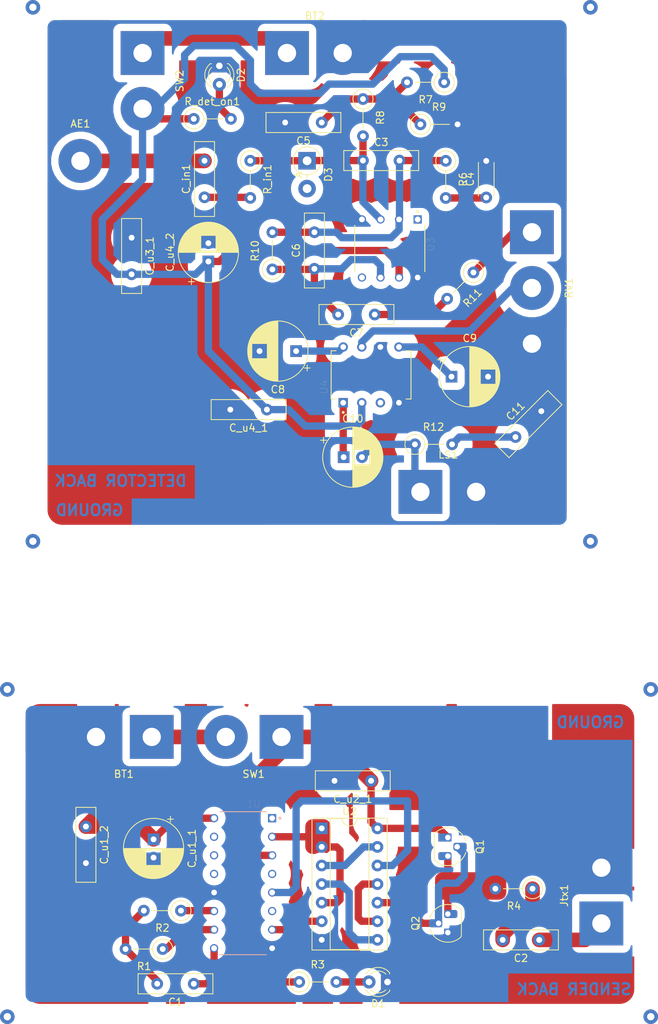
<source format=kicad_pcb>
(kicad_pcb (version 20171130) (host pcbnew 5.1.5-1.fc30)
  (layers (0 F.Cu signal) (31 B.Cu signal) (34 B.Paste user) (35 F.Paste user) (36 B.SilkS user) (37 F.SilkS user) (38 B.Mask user) (39 F.Mask user) (44 Edge.Cuts user))
  (net 0 "")
  (net 1 "Net-(AE1-Pad1)")
  (net 2 gnd_sndr)
  (net 3 "Net-(BT1-Pad1)")
  (net 4 gnd_det)
  (net 5 "Net-(BT2-Pad1)")
  (net 6 "Net-(C1-Pad2)")
  (net 7 /phi0)
  (net 8 "Net-(C2-Pad2)")
  (net 9 "Net-(C2-Pad1)")
  (net 10 /IN-)
  (net 11 /IN+)
  (net 12 "Net-(C4-Pad1)")
  (net 13 "Net-(C5-Pad1)")
  (net 14 /fb)
  (net 15 "Net-(C7-Pad1)")
  (net 16 "Net-(C8-Pad1)")
  (net 17 "Net-(C9-Pad1)")
  (net 18 "Net-(C10-Pad2)")
  (net 19 /audio_out)
  (net 20 "Net-(C11-Pad1)")
  (net 21 "Net-(C_in1-Pad1)")
  (net 22 vcc_sndr)
  (net 23 vcc_det)
  (net 24 "Net-(D1-Pad2)")
  (net 25 "Net-(D2-Pad2)")
  (net 26 "Net-(Q1-Pad3)")
  (net 27 /tx_signal)
  (net 28 /!phi0)
  (net 29 /phi1)
  (net 30 "Net-(R3-Pad1)")
  (net 31 "Net-(R11-Pad1)")
  (net 32 /audio_sig)
  (net 33 /f_4)
  (net 34 /f_5)
  (net 35 /f_13)
  (net 36 "Net-(U2-Pad13)")
  (net 37 "Net-(U2-Pad11)")
  (net 38 "Net-(U2-Pad4)")
  (module MY_LIB:DIP762W45P254L1092H508Q8 (layer F.Cu) (at 84.25 67.25 90)
    (fp_text reference U4 (at -1.66047 -6.434 90) (layer F.SilkS) (effects (font (thickness 0.015))))
    (fp_text value TDA2822M)
    (pad 8 thru_hole circle (at 3.81 -3.81 90) (size 1.288 1.288) (drill 0.78) (layers *.Cu *.Mask) (net 16 "Net-(C8-Pad1)"))
    (pad 7 thru_hole circle (at 3.81 -1.27 90) (size 1.288 1.288) (drill 0.78) (layers *.Cu *.Mask) (net 32 /audio_sig))
    (pad 6 thru_hole circle (at 3.81 1.27 90) (size 1.288 1.288) (drill 0.78) (layers *.Cu *.Mask) (net 4 gnd_det))
    (pad 5 thru_hole circle (at 3.81 3.81 90) (size 1.288 1.288) (drill 0.78) (layers *.Cu *.Mask) (net 17 "Net-(C9-Pad1)"))
    (pad 4 thru_hole circle (at -3.81 3.81 90) (size 1.288 1.288) (drill 0.78) (layers *.Cu *.Mask) (net 4 gnd_det))
    (pad 3 thru_hole circle (at -3.81 1.27 90) (size 1.288 1.288) (drill 0.78) (layers *.Cu *.Mask))
    (pad 2 thru_hole circle (at -3.81 -1.27 90) (size 1.288 1.288) (drill 0.78) (layers *.Cu *.Mask) (net 23 vcc_det))
    (pad 1 thru_hole rect (at -3.81 -3.81 90) (size 1.288 1.288) (drill 0.78) (layers *.Cu *.Mask) (net 19 /audio_out))
  )
  (module MY_LIB:DIP794W45P254L959H508Q8 (layer F.Cu) (at 86.81 49.97 270)
    (fp_text reference U3 (at -0.565 -5.607 90) (layer F.SilkS) (effects (font (thickness 0.015))))
    (fp_text value TLC271IP)
    (pad 8 thru_hole circle (at 3.97 -3.81 270) (size 1.13 1.13) (drill 0.78) (layers *.Cu *.Mask) (net 4 gnd_det))
    (pad 7 thru_hole circle (at 3.97 -1.27 270) (size 1.13 1.13) (drill 0.78) (layers *.Cu *.Mask) (net 23 vcc_det))
    (pad 6 thru_hole circle (at 3.97 1.27 270) (size 1.13 1.13) (drill 0.78) (layers *.Cu *.Mask) (net 14 /fb))
    (pad 5 thru_hole circle (at 3.97 3.81 270) (size 1.13 1.13) (drill 0.78) (layers *.Cu *.Mask))
    (pad 4 thru_hole circle (at -3.97 3.81 270) (size 1.13 1.13) (drill 0.78) (layers *.Cu *.Mask) (net 4 gnd_det))
    (pad 3 thru_hole circle (at -3.97 1.27 270) (size 1.13 1.13) (drill 0.78) (layers *.Cu *.Mask) (net 11 /IN+))
    (pad 2 thru_hole circle (at -3.97 -1.27 270) (size 1.13 1.13) (drill 0.78) (layers *.Cu *.Mask) (net 10 /IN-))
    (pad 1 thru_hole rect (at -3.97 -3.81 270) (size 1.13 1.13) (drill 0.78) (layers *.Cu *.Mask))
  )
  (module MY_LIB:DIP794W45P254L1969H508Q16 (layer B.Cu) (at 66.75 136.75 180)
    (fp_text reference U1 (at -1.425 10.835) (layer B.SilkS) (effects (font (thickness 0.015)) (justify mirror)))
    (fp_text value CD4060BE)
    (pad 16 thru_hole circle (at 3.97 8.89 180) (size 1.13 1.13) (drill 0.78) (layers *.Cu *.Mask) (net 22 vcc_sndr))
    (pad 15 thru_hole circle (at 3.97 6.35 180) (size 1.13 1.13) (drill 0.78) (layers *.Cu *.Mask))
    (pad 14 thru_hole circle (at 3.97 3.81 180) (size 1.13 1.13) (drill 0.78) (layers *.Cu *.Mask))
    (pad 13 thru_hole circle (at 3.97 1.27 180) (size 1.13 1.13) (drill 0.78) (layers *.Cu *.Mask))
    (pad 12 thru_hole circle (at 3.97 -1.27 180) (size 1.13 1.13) (drill 0.78) (layers *.Cu *.Mask) (net 2 gnd_sndr))
    (pad 11 thru_hole circle (at 3.97 -3.81 180) (size 1.13 1.13) (drill 0.78) (layers *.Cu *.Mask) (net 29 /phi1))
    (pad 10 thru_hole circle (at 3.97 -6.35 180) (size 1.13 1.13) (drill 0.78) (layers *.Cu *.Mask) (net 28 /!phi0))
    (pad 9 thru_hole circle (at 3.97 -8.89 180) (size 1.13 1.13) (drill 0.78) (layers *.Cu *.Mask) (net 7 /phi0))
    (pad 8 thru_hole circle (at -3.97 -8.89 180) (size 1.13 1.13) (drill 0.78) (layers *.Cu *.Mask) (net 2 gnd_sndr))
    (pad 7 thru_hole circle (at -3.97 -6.35 180) (size 1.13 1.13) (drill 0.78) (layers *.Cu *.Mask) (net 33 /f_4))
    (pad 6 thru_hole circle (at -3.97 -3.81 180) (size 1.13 1.13) (drill 0.78) (layers *.Cu *.Mask))
    (pad 5 thru_hole circle (at -3.97 -1.27 180) (size 1.13 1.13) (drill 0.78) (layers *.Cu *.Mask) (net 34 /f_5))
    (pad 4 thru_hole circle (at -3.97 1.27 180) (size 1.13 1.13) (drill 0.78) (layers *.Cu *.Mask))
    (pad 3 thru_hole circle (at -3.97 3.81 180) (size 1.13 1.13) (drill 0.78) (layers *.Cu *.Mask) (net 30 "Net-(R3-Pad1)"))
    (pad 2 thru_hole circle (at -3.97 6.35 180) (size 1.13 1.13) (drill 0.78) (layers *.Cu *.Mask) (net 35 /f_13))
    (pad 1 thru_hole rect (at -3.97 8.89 180) (size 1.13 1.13) (drill 0.78) (layers *.Cu *.Mask))
  )
  (module Connector_Wire:SolderWirePad_1x02_P7.62mm_Drill2.5mm (layer F.Cu) (at 115.75 142.25 90)
    (fp_text reference Jtx1 (at 3.81 -5.08 90) (layer F.SilkS))
    (fp_text value Conn_01x02_Female)
    (pad 2 thru_hole circle (at 7.62 0 90) (size 5.99948 5.99948) (drill 2.49936) (layers *.Cu *.Mask) (net 2 gnd_sndr))
    (pad 1 thru_hole rect (at 0 0 90) (size 5.99948 5.99948) (drill 2.49936) (layers *.Cu *.Mask) (net 9 "Net-(C2-Pad1)"))
  )
  (module Package_DIP:DIP-14_W7.62mm_Socket (layer F.Cu) (at 77.5 129.25)
    (fp_text reference U2 (at 3.81 -2.33) (layer F.SilkS))
    (fp_text value 4001)
    (pad 14 thru_hole oval (at 7.62 0) (size 1.6 1.6) (drill 0.8) (layers *.Cu *.Mask) (net 22 vcc_sndr))
    (pad 7 thru_hole oval (at 0 15.24) (size 1.6 1.6) (drill 0.8) (layers *.Cu *.Mask) (net 2 gnd_sndr))
    (pad 13 thru_hole oval (at 7.62 2.54) (size 1.6 1.6) (drill 0.8) (layers *.Cu *.Mask) (net 36 "Net-(U2-Pad13)"))
    (pad 6 thru_hole oval (at 0 12.7) (size 1.6 1.6) (drill 0.8) (layers *.Cu *.Mask) (net 33 /f_4))
    (pad 12 thru_hole oval (at 7.62 5.08) (size 1.6 1.6) (drill 0.8) (layers *.Cu *.Mask) (net 34 /f_5))
    (pad 5 thru_hole oval (at 0 10.16) (size 1.6 1.6) (drill 0.8) (layers *.Cu *.Mask) (net 35 /f_13))
    (pad 11 thru_hole oval (at 7.62 7.62) (size 1.6 1.6) (drill 0.8) (layers *.Cu *.Mask) (net 37 "Net-(U2-Pad11)"))
    (pad 4 thru_hole oval (at 0 7.62) (size 1.6 1.6) (drill 0.8) (layers *.Cu *.Mask) (net 38 "Net-(U2-Pad4)"))
    (pad 10 thru_hole oval (at 7.62 10.16) (size 1.6 1.6) (drill 0.8) (layers *.Cu *.Mask) (net 27 /tx_signal))
    (pad 3 thru_hole oval (at 0 5.08) (size 1.6 1.6) (drill 0.8) (layers *.Cu *.Mask) (net 36 "Net-(U2-Pad13)"))
    (pad 9 thru_hole oval (at 7.62 12.7) (size 1.6 1.6) (drill 0.8) (layers *.Cu *.Mask) (net 37 "Net-(U2-Pad11)"))
    (pad 2 thru_hole oval (at 0 2.54) (size 1.6 1.6) (drill 0.8) (layers *.Cu *.Mask) (net 35 /f_13))
    (pad 8 thru_hole oval (at 7.62 15.24) (size 1.6 1.6) (drill 0.8) (layers *.Cu *.Mask) (net 38 "Net-(U2-Pad4)"))
    (pad 1 thru_hole rect (at 0 0) (size 1.6 1.6) (drill 0.8) (layers *.Cu *.Mask) (net 35 /f_13))
  )
  (module Connector_Wire:SolderWirePad_1x02_P7.62mm_Drill2.5mm (layer F.Cu) (at 53 23.25 270)
    (fp_text reference SW2 (at 3.81 -5.08 90) (layer F.SilkS))
    (fp_text value SW_SPST)
    (pad 2 thru_hole circle (at 7.62 0 270) (size 5.99948 5.99948) (drill 2.49936) (layers *.Cu *.Mask) (net 23 vcc_det))
    (pad 1 thru_hole rect (at 0 0 270) (size 5.99948 5.99948) (drill 2.49936) (layers *.Cu *.Mask) (net 5 "Net-(BT2-Pad1)"))
  )
  (module Connector_Wire:SolderWirePad_1x02_P7.62mm_Drill2.5mm (layer F.Cu) (at 72 116.75 180)
    (fp_text reference SW1 (at 3.81 -5.08) (layer F.SilkS))
    (fp_text value SW_SPST)
    (pad 2 thru_hole circle (at 7.62 0 180) (size 5.99948 5.99948) (drill 2.49936) (layers *.Cu *.Mask) (net 3 "Net-(BT1-Pad1)"))
    (pad 1 thru_hole rect (at 0 0 180) (size 5.99948 5.99948) (drill 2.49936) (layers *.Cu *.Mask) (net 22 vcc_sndr))
  )
  (module Connector_Wire:SolderWirePad_1x03_P7.62mm_Drill2.5mm (layer F.Cu) (at 106.25 47.75 270)
    (fp_text reference RV1 (at 7.62 -5.08 90) (layer F.SilkS))
    (fp_text value 10k)
    (pad 3 thru_hole circle (at 15.24 0 270) (size 5.99948 5.99948) (drill 2.49936) (layers *.Cu *.Mask) (net 4 gnd_det))
    (pad 2 thru_hole circle (at 7.62 0 270) (size 5.99948 5.99948) (drill 2.49936) (layers *.Cu *.Mask) (net 32 /audio_sig))
    (pad 1 thru_hole rect (at 0 0 270) (size 5.99948 5.99948) (drill 2.49936) (layers *.Cu *.Mask) (net 31 "Net-(R11-Pad1)"))
  )
  (module Resistor_THT:R_Axial_DIN0207_L6.3mm_D2.5mm_P5.08mm_Vertical (layer F.Cu) (at 67.725895 37.976319 270)
    (fp_text reference R_in1 (at 2.54 -2.37 90) (layer F.SilkS))
    (fp_text value 4.7k)
    (pad 2 thru_hole oval (at 5.08 0 270) (size 1.6 1.6) (drill 0.8) (layers *.Cu *.Mask) (net 21 "Net-(C_in1-Pad1)"))
    (pad 1 thru_hole circle (at 0 0 270) (size 1.6 1.6) (drill 0.8) (layers *.Cu *.Mask) (net 11 /IN+))
  )
  (module Resistor_THT:R_Axial_DIN0207_L6.3mm_D2.5mm_P5.08mm_Vertical (layer F.Cu) (at 60 32.25)
    (fp_text reference R_det_on1 (at 2.54 -2.37) (layer F.SilkS))
    (fp_text value 2.2k)
    (pad 2 thru_hole oval (at 5.08 0) (size 1.6 1.6) (drill 0.8) (layers *.Cu *.Mask) (net 25 "Net-(D2-Pad2)"))
    (pad 1 thru_hole circle (at 0 0) (size 1.6 1.6) (drill 0.8) (layers *.Cu *.Mask) (net 23 vcc_det))
  )
  (module Resistor_THT:R_Axial_DIN0207_L6.3mm_D2.5mm_P5.08mm_Vertical (layer F.Cu) (at 90.25 76.75)
    (fp_text reference R12 (at 2.54 -2.37) (layer F.SilkS))
    (fp_text value 4.7)
    (pad 2 thru_hole oval (at 5.08 0) (size 1.6 1.6) (drill 0.8) (layers *.Cu *.Mask) (net 20 "Net-(C11-Pad1)"))
    (pad 1 thru_hole circle (at 0 0) (size 1.6 1.6) (drill 0.8) (layers *.Cu *.Mask) (net 18 "Net-(C10-Pad2)"))
  )
  (module Resistor_THT:R_Axial_DIN0207_L6.3mm_D2.5mm_P5.08mm_Vertical (layer F.Cu) (at 98.25 53.25 225)
    (fp_text reference R11 (at 2.54 -2.37 45) (layer F.SilkS))
    (fp_text value 10k)
    (pad 2 thru_hole oval (at 5.08 0 225) (size 1.6 1.6) (drill 0.8) (layers *.Cu *.Mask) (net 15 "Net-(C7-Pad1)"))
    (pad 1 thru_hole circle (at 0 0 225) (size 1.6 1.6) (drill 0.8) (layers *.Cu *.Mask) (net 31 "Net-(R11-Pad1)"))
  )
  (module Resistor_THT:R_Axial_DIN0207_L6.3mm_D2.5mm_P5.08mm_Vertical (layer F.Cu) (at 70.75 52.83 90)
    (fp_text reference R10 (at 2.54 -2.37 90) (layer F.SilkS))
    (fp_text value 100k)
    (pad 2 thru_hole oval (at 5.08 0 90) (size 1.6 1.6) (drill 0.8) (layers *.Cu *.Mask) (net 10 /IN-))
    (pad 1 thru_hole circle (at 0 0 90) (size 1.6 1.6) (drill 0.8) (layers *.Cu *.Mask) (net 14 /fb))
  )
  (module Resistor_THT:R_Axial_DIN0207_L6.3mm_D2.5mm_P5.08mm_Vertical (layer F.Cu) (at 91 33)
    (fp_text reference R9 (at 2.54 -2.37) (layer F.SilkS))
    (fp_text value 47k)
    (pad 2 thru_hole oval (at 5.08 0) (size 1.6 1.6) (drill 0.8) (layers *.Cu *.Mask) (net 4 gnd_det))
    (pad 1 thru_hole circle (at 0 0) (size 1.6 1.6) (drill 0.8) (layers *.Cu *.Mask) (net 13 "Net-(C5-Pad1)"))
  )
  (module Resistor_THT:R_Axial_DIN0207_L6.3mm_D2.5mm_P5.08mm_Vertical (layer F.Cu) (at 83.145652 29.540079 270)
    (fp_text reference R8 (at 2.54 -2.37 90) (layer F.SilkS))
    (fp_text value 4.7M)
    (pad 2 thru_hole oval (at 5.08 0 270) (size 1.6 1.6) (drill 0.8) (layers *.Cu *.Mask) (net 11 /IN+))
    (pad 1 thru_hole circle (at 0 0 270) (size 1.6 1.6) (drill 0.8) (layers *.Cu *.Mask) (net 13 "Net-(C5-Pad1)"))
  )
  (module Resistor_THT:R_Axial_DIN0207_L6.3mm_D2.5mm_P5.08mm_Vertical (layer F.Cu) (at 94.25 27.25 180)
    (fp_text reference R7 (at 2.54 -2.37) (layer F.SilkS))
    (fp_text value 47k)
    (pad 2 thru_hole oval (at 5.08 0 180) (size 1.6 1.6) (drill 0.8) (layers *.Cu *.Mask) (net 13 "Net-(C5-Pad1)"))
    (pad 1 thru_hole circle (at 0 0 180) (size 1.6 1.6) (drill 0.8) (layers *.Cu *.Mask) (net 23 vcc_det))
  )
  (module Resistor_THT:R_Axial_DIN0207_L6.3mm_D2.5mm_P5.08mm_Vertical (layer F.Cu) (at 94.466364 37.987554 270)
    (fp_text reference R6 (at 2.54 -2.37 90) (layer F.SilkS))
    (fp_text value 1k)
    (pad 2 thru_hole oval (at 5.08 0 270) (size 1.6 1.6) (drill 0.8) (layers *.Cu *.Mask) (net 12 "Net-(C4-Pad1)"))
    (pad 1 thru_hole circle (at 0 0 270) (size 1.6 1.6) (drill 0.8) (layers *.Cu *.Mask) (net 10 /IN-))
  )
  (module Resistor_THT:R_Axial_DIN0207_L6.3mm_D2.5mm_P5.08mm_Vertical (layer F.Cu) (at 106.33 137.5 180)
    (fp_text reference R4 (at 2.54 -2.37) (layer F.SilkS))
    (fp_text value 100)
    (pad 2 thru_hole oval (at 5.08 0 180) (size 1.6 1.6) (drill 0.8) (layers *.Cu *.Mask) (net 26 "Net-(Q1-Pad3)"))
    (pad 1 thru_hole circle (at 0 0 180) (size 1.6 1.6) (drill 0.8) (layers *.Cu *.Mask) (net 8 "Net-(C2-Pad2)"))
  )
  (module Resistor_THT:R_Axial_DIN0207_L6.3mm_D2.5mm_P5.08mm_Vertical (layer F.Cu) (at 74.42 150.25)
    (fp_text reference R3 (at 2.54 -2.37) (layer F.SilkS))
    (fp_text value 1k)
    (pad 2 thru_hole oval (at 5.08 0) (size 1.6 1.6) (drill 0.8) (layers *.Cu *.Mask) (net 24 "Net-(D1-Pad2)"))
    (pad 1 thru_hole circle (at 0 0) (size 1.6 1.6) (drill 0.8) (layers *.Cu *.Mask) (net 30 "Net-(R3-Pad1)"))
  )
  (module Resistor_THT:R_Axial_DIN0207_L6.3mm_D2.5mm_P5.08mm_Vertical (layer F.Cu) (at 58.25 140.5 180)
    (fp_text reference R2 (at 2.54 -2.37) (layer F.SilkS))
    (fp_text value 47k)
    (pad 2 thru_hole oval (at 5.08 0 180) (size 1.6 1.6) (drill 0.8) (layers *.Cu *.Mask) (net 6 "Net-(C1-Pad2)"))
    (pad 1 thru_hole circle (at 0 0 180) (size 1.6 1.6) (drill 0.8) (layers *.Cu *.Mask) (net 29 /phi1))
  )
  (module Resistor_THT:R_Axial_DIN0207_L6.3mm_D2.5mm_P5.08mm_Vertical (layer F.Cu) (at 55.75 145.75 180)
    (fp_text reference R1 (at 2.54 -2.37) (layer F.SilkS))
    (fp_text value 4.7k)
    (pad 2 thru_hole oval (at 5.08 0 180) (size 1.6 1.6) (drill 0.8) (layers *.Cu *.Mask) (net 6 "Net-(C1-Pad2)"))
    (pad 1 thru_hole circle (at 0 0 180) (size 1.6 1.6) (drill 0.8) (layers *.Cu *.Mask) (net 28 /!phi0))
  )
  (module Package_TO_SOT_THT:TO-92_HandSolder (layer F.Cu) (at 94.75 143.5 90)
    (fp_text reference Q2 (at 1.27 -4.4 90) (layer F.SilkS))
    (fp_text value BC558)
    (pad 1 thru_hole rect (at 0 0 90) (size 1.1 1.8) (drill 0.75 (offset 0 0.4)) (layers *.Cu *.Mask) (net 2 gnd_sndr))
    (pad 3 thru_hole roundrect (at 2.54 0 90) (size 1.1 1.8) (drill 0.75 (offset 0 0.4)) (layers *.Cu *.Mask) (net 26 "Net-(Q1-Pad3)"))
    (pad 2 thru_hole roundrect (at 1.27 -1.27 90) (size 1.1 1.8) (drill 0.75 (offset 0 -0.4)) (layers *.Cu *.Mask) (net 27 /tx_signal))
  )
  (module Package_TO_SOT_THT:TO-92_HandSolder (layer F.Cu) (at 94.75 130.5 270)
    (fp_text reference Q1 (at 1.27 -4.4 90) (layer F.SilkS))
    (fp_text value BC548)
    (pad 1 thru_hole rect (at 0 0 270) (size 1.1 1.8) (drill 0.75 (offset 0 0.4)) (layers *.Cu *.Mask) (net 22 vcc_sndr))
    (pad 3 thru_hole roundrect (at 2.54 0 270) (size 1.1 1.8) (drill 0.75 (offset 0 0.4)) (layers *.Cu *.Mask) (net 26 "Net-(Q1-Pad3)"))
    (pad 2 thru_hole roundrect (at 1.27 -1.27 270) (size 1.1 1.8) (drill 0.75 (offset 0 -0.4)) (layers *.Cu *.Mask) (net 27 /tx_signal))
  )
  (module Connector_Wire:SolderWirePad_1x02_P7.62mm_Drill2.5mm (layer F.Cu) (at 91 83.25)
    (fp_text reference LS1 (at 3.81 -5.08) (layer F.SilkS))
    (fp_text value Speaker)
    (pad 2 thru_hole circle (at 7.62 0) (size 5.99948 5.99948) (drill 2.49936) (layers *.Cu *.Mask) (net 4 gnd_det))
    (pad 1 thru_hole rect (at 0 0) (size 5.99948 5.99948) (drill 2.49936) (layers *.Cu *.Mask) (net 18 "Net-(C10-Pad2)"))
  )
  (module Diode_THT:D_DO-15_P3.81mm_Vertical_AnodeUp (layer F.Cu) (at 75.497751 37.976319 270)
    (fp_text reference D3 (at 1.905 -2.92 90) (layer F.SilkS))
    (fp_text value BZW06-15B)
    (fp_text user A (at 1.91 1.2 90) (layer F.SilkS))
    (pad 2 thru_hole oval (at 3.81 0 270) (size 2.4 2.4) (drill 1.2) (layers *.Cu *.Mask))
    (pad 1 thru_hole rect (at 0 0 270) (size 2.4 2.4) (drill 1.2) (layers *.Cu *.Mask) (net 11 /IN+))
  )
  (module LED_THT:LED_D3.0mm (layer F.Cu) (at 63.5 25 270)
    (fp_text reference D2 (at 1.27 -2.96 90) (layer F.SilkS))
    (fp_text value LED)
    (pad 2 thru_hole circle (at 2.54 0 270) (size 1.8 1.8) (drill 0.9) (layers *.Cu *.Mask) (net 25 "Net-(D2-Pad2)"))
    (pad 1 thru_hole rect (at 0 0 270) (size 1.8 1.8) (drill 0.9) (layers *.Cu *.Mask) (net 4 gnd_det))
  )
  (module LED_THT:LED_D3.0mm (layer F.Cu) (at 86.5 150.25 180)
    (fp_text reference D1 (at 1.27 -2.96) (layer F.SilkS))
    (fp_text value LED)
    (pad 2 thru_hole circle (at 2.54 0 180) (size 1.8 1.8) (drill 0.9) (layers *.Cu *.Mask) (net 24 "Net-(D1-Pad2)"))
    (pad 1 thru_hole rect (at 0 0 180) (size 1.8 1.8) (drill 0.9) (layers *.Cu *.Mask) (net 2 gnd_sndr))
  )
  (module Capacitor_THT:CP_Radial_D8.0mm_P2.50mm (layer F.Cu) (at 62 51.75 90)
    (fp_text reference C_u4_2 (at 1.25 -5.25 90) (layer F.SilkS))
    (fp_text value "100u 16V")
    (pad 2 thru_hole circle (at 2.5 0 90) (size 1.6 1.6) (drill 0.8) (layers *.Cu *.Mask) (net 4 gnd_det))
    (pad 1 thru_hole rect (at 0 0 90) (size 1.6 1.6) (drill 0.8) (layers *.Cu *.Mask) (net 23 vcc_det))
  )
  (module Capacitor_THT:C_Disc_D10.0mm_W2.5mm_P5.00mm (layer F.Cu) (at 70 72 180)
    (fp_text reference C_u4_1 (at 2.5 -2.5) (layer F.SilkS))
    (fp_text value 100n)
    (pad 2 thru_hole circle (at 5 0 180) (size 1.6 1.6) (drill 0.8) (layers *.Cu *.Mask) (net 4 gnd_det))
    (pad 1 thru_hole circle (at 0 0 180) (size 1.6 1.6) (drill 0.8) (layers *.Cu *.Mask) (net 23 vcc_det))
  )
  (module Capacitor_THT:C_Disc_D10.0mm_W2.5mm_P5.00mm (layer F.Cu) (at 51.5 48.5 270)
    (fp_text reference C_u3_1 (at 2.5 -2.5 90) (layer F.SilkS))
    (fp_text value 100n)
    (pad 2 thru_hole circle (at 5 0 270) (size 1.6 1.6) (drill 0.8) (layers *.Cu *.Mask) (net 23 vcc_det))
    (pad 1 thru_hole circle (at 0 0 270) (size 1.6 1.6) (drill 0.8) (layers *.Cu *.Mask) (net 4 gnd_det))
  )
  (module Capacitor_THT:C_Disc_D10.0mm_W2.5mm_P5.00mm (layer F.Cu) (at 84.25 122.75 180)
    (fp_text reference C_u2_1 (at 2.5 -2.5) (layer F.SilkS))
    (fp_text value 100n)
    (pad 2 thru_hole circle (at 5 0 180) (size 1.6 1.6) (drill 0.8) (layers *.Cu *.Mask) (net 2 gnd_sndr))
    (pad 1 thru_hole circle (at 0 0 180) (size 1.6 1.6) (drill 0.8) (layers *.Cu *.Mask) (net 22 vcc_sndr))
  )
  (module Capacitor_THT:C_Disc_D10.0mm_W2.5mm_P5.00mm (layer F.Cu) (at 45.25 129 270)
    (fp_text reference C_u1_2 (at 2.5 -2.5 90) (layer F.SilkS))
    (fp_text value 100n)
    (pad 2 thru_hole circle (at 5 0 270) (size 1.6 1.6) (drill 0.8) (layers *.Cu *.Mask) (net 2 gnd_sndr))
    (pad 1 thru_hole circle (at 0 0 270) (size 1.6 1.6) (drill 0.8) (layers *.Cu *.Mask) (net 22 vcc_sndr))
  )
  (module Capacitor_THT:CP_Radial_D8.0mm_P2.50mm (layer F.Cu) (at 54.5 130.75 270)
    (fp_text reference C_u1_1 (at 1.25 -5.25 90) (layer F.SilkS))
    (fp_text value "100u 16V")
    (pad 2 thru_hole circle (at 2.5 0 270) (size 1.6 1.6) (drill 0.8) (layers *.Cu *.Mask) (net 2 gnd_sndr))
    (pad 1 thru_hole rect (at 0 0 270) (size 1.6 1.6) (drill 0.8) (layers *.Cu *.Mask) (net 22 vcc_sndr))
  )
  (module Capacitor_THT:C_Disc_D10.0mm_W2.5mm_P5.00mm (layer F.Cu) (at 61.468893 42.976319 90)
    (fp_text reference C_in1 (at 2.5 -2.5 90) (layer F.SilkS))
    (fp_text value 1n)
    (pad 2 thru_hole circle (at 5 0 90) (size 1.6 1.6) (drill 0.8) (layers *.Cu *.Mask) (net 1 "Net-(AE1-Pad1)"))
    (pad 1 thru_hole circle (at 0 0 90) (size 1.6 1.6) (drill 0.8) (layers *.Cu *.Mask) (net 21 "Net-(C_in1-Pad1)"))
  )
  (module Capacitor_THT:C_Disc_D10.0mm_W2.5mm_P5.00mm (layer F.Cu) (at 104 75.75 45)
    (fp_text reference C11 (at 2.5 -2.5 45) (layer F.SilkS))
    (fp_text value 100n)
    (pad 2 thru_hole circle (at 5 0 45) (size 1.6 1.6) (drill 0.8) (layers *.Cu *.Mask) (net 4 gnd_det))
    (pad 1 thru_hole circle (at 0 0 45) (size 1.6 1.6) (drill 0.8) (layers *.Cu *.Mask) (net 20 "Net-(C11-Pad1)"))
  )
  (module Capacitor_THT:CP_Radial_D8.0mm_P2.50mm (layer F.Cu) (at 80.5 78.5)
    (fp_text reference C10 (at 1.25 -5.25) (layer F.SilkS))
    (fp_text value "470u 10V")
    (pad 2 thru_hole circle (at 2.5 0) (size 1.6 1.6) (drill 0.8) (layers *.Cu *.Mask) (net 18 "Net-(C10-Pad2)"))
    (pad 1 thru_hole rect (at 0 0) (size 1.6 1.6) (drill 0.8) (layers *.Cu *.Mask) (net 19 /audio_out))
  )
  (module Capacitor_THT:CP_Radial_D8.0mm_P5.00mm (layer F.Cu) (at 95.25 67.5)
    (fp_text reference C9 (at 2.5 -5.25) (layer F.SilkS))
    (fp_text value "10u 25V")
    (pad 2 thru_hole circle (at 5 0) (size 1.6 1.6) (drill 0.8) (layers *.Cu *.Mask) (net 4 gnd_det))
    (pad 1 thru_hole rect (at 0 0) (size 1.6 1.6) (drill 0.8) (layers *.Cu *.Mask) (net 17 "Net-(C9-Pad1)"))
  )
  (module Capacitor_THT:CP_Radial_D8.0mm_P5.00mm (layer F.Cu) (at 74 64 180)
    (fp_text reference C8 (at 2.5 -5.25) (layer F.SilkS))
    (fp_text value "10u 25V")
    (pad 2 thru_hole circle (at 5 0 180) (size 1.6 1.6) (drill 0.8) (layers *.Cu *.Mask) (net 4 gnd_det))
    (pad 1 thru_hole rect (at 0 0 180) (size 1.6 1.6) (drill 0.8) (layers *.Cu *.Mask) (net 16 "Net-(C8-Pad1)"))
  )
  (module Capacitor_THT:C_Disc_D10.0mm_W2.5mm_P5.00mm (layer F.Cu) (at 84.75 59 180)
    (fp_text reference C7 (at 2.5 -2.5) (layer F.SilkS))
    (fp_text value 100n)
    (pad 2 thru_hole circle (at 5 0 180) (size 1.6 1.6) (drill 0.8) (layers *.Cu *.Mask) (net 14 /fb))
    (pad 1 thru_hole circle (at 0 0 180) (size 1.6 1.6) (drill 0.8) (layers *.Cu *.Mask) (net 15 "Net-(C7-Pad1)"))
  )
  (module Capacitor_THT:C_Disc_D10.0mm_W2.5mm_P5.00mm (layer F.Cu) (at 76.5 52.75 90)
    (fp_text reference C6 (at 2.5 -2.5 90) (layer F.SilkS))
    (fp_text value 100p)
    (pad 2 thru_hole circle (at 5 0 90) (size 1.6 1.6) (drill 0.8) (layers *.Cu *.Mask) (net 10 /IN-))
    (pad 1 thru_hole circle (at 0 0 90) (size 1.6 1.6) (drill 0.8) (layers *.Cu *.Mask) (net 14 /fb))
  )
  (module Capacitor_THT:C_Disc_D10.0mm_W2.5mm_P5.00mm (layer F.Cu) (at 77.5 32.75 180)
    (fp_text reference C5 (at 2.5 -2.5) (layer F.SilkS))
    (fp_text value 100n)
    (pad 2 thru_hole circle (at 5 0 180) (size 1.6 1.6) (drill 0.8) (layers *.Cu *.Mask) (net 4 gnd_det))
    (pad 1 thru_hole circle (at 0 0 180) (size 1.6 1.6) (drill 0.8) (layers *.Cu *.Mask) (net 13 "Net-(C5-Pad1)"))
  )
  (module Capacitor_THT:C_Disc_D4.3mm_W1.9mm_P5.00mm (layer F.Cu) (at 100 43 90)
    (fp_text reference C4 (at 2.5 -2.2 90) (layer F.SilkS))
    (fp_text value 100n)
    (pad 2 thru_hole circle (at 5 0 90) (size 1.6 1.6) (drill 0.8) (layers *.Cu *.Mask) (net 4 gnd_det))
    (pad 1 thru_hole circle (at 0 0 90) (size 1.6 1.6) (drill 0.8) (layers *.Cu *.Mask) (net 12 "Net-(C4-Pad1)"))
  )
  (module Capacitor_THT:C_Disc_D10.0mm_W2.5mm_P5.00mm (layer F.Cu) (at 83.137669 37.951685)
    (fp_text reference C3 (at 2.5 -2.5) (layer F.SilkS))
    (fp_text value 100p)
    (pad 2 thru_hole circle (at 5 0) (size 1.6 1.6) (drill 0.8) (layers *.Cu *.Mask) (net 10 /IN-))
    (pad 1 thru_hole circle (at 0 0) (size 1.6 1.6) (drill 0.8) (layers *.Cu *.Mask) (net 11 /IN+))
  )
  (module Capacitor_THT:C_Disc_D10.0mm_W2.5mm_P5.00mm (layer F.Cu) (at 107.25 144.5 180)
    (fp_text reference C2 (at 2.5 -2.5) (layer F.SilkS))
    (fp_text value 470n)
    (pad 2 thru_hole circle (at 5 0 180) (size 1.6 1.6) (drill 0.8) (layers *.Cu *.Mask) (net 8 "Net-(C2-Pad2)"))
    (pad 1 thru_hole circle (at 0 0 180) (size 1.6 1.6) (drill 0.8) (layers *.Cu *.Mask) (net 9 "Net-(C2-Pad1)"))
  )
  (module Capacitor_THT:C_Disc_D10.0mm_W2.5mm_P5.00mm (layer F.Cu) (at 60 150.5 180)
    (fp_text reference C1 (at 2.5 -2.5) (layer F.SilkS))
    (fp_text value 3.9n)
    (pad 2 thru_hole circle (at 5 0 180) (size 1.6 1.6) (drill 0.8) (layers *.Cu *.Mask) (net 6 "Net-(C1-Pad2)"))
    (pad 1 thru_hole circle (at 0 0 180) (size 1.6 1.6) (drill 0.8) (layers *.Cu *.Mask) (net 7 /phi0))
  )
  (module Connector_Wire:SolderWirePad_1x02_P7.62mm_Drill2.5mm (layer F.Cu) (at 72.75 23.25)
    (fp_text reference BT2 (at 3.81 -5.08) (layer F.SilkS))
    (fp_text value Battery)
    (pad 2 thru_hole circle (at 7.62 0) (size 5.99948 5.99948) (drill 2.49936) (layers *.Cu *.Mask) (net 4 gnd_det))
    (pad 1 thru_hole rect (at 0 0) (size 5.99948 5.99948) (drill 2.49936) (layers *.Cu *.Mask) (net 5 "Net-(BT2-Pad1)"))
  )
  (module Connector_Wire:SolderWirePad_1x02_P7.62mm_Drill2.5mm (layer F.Cu) (at 54.25 116.75 180)
    (fp_text reference BT1 (at 3.81 -5.08) (layer F.SilkS))
    (fp_text value 9V)
    (pad 2 thru_hole circle (at 7.62 0 180) (size 5.99948 5.99948) (drill 2.49936) (layers *.Cu *.Mask) (net 2 gnd_sndr))
    (pad 1 thru_hole rect (at 0 0 180) (size 5.99948 5.99948) (drill 2.49936) (layers *.Cu *.Mask) (net 3 "Net-(BT1-Pad1)"))
  )
  (module Connector_Wire:SolderWirePad_1x01_Drill2.5mm (layer F.Cu) (at 44.5 38)
    (fp_text reference AE1 (at 0 -5.08) (layer F.SilkS))
    (fp_text value Antenna)
    (pad 1 thru_hole circle (at 0 0) (size 5.99948 5.99948) (drill 2.49936) (layers *.Cu *.Mask) (net 1 "Net-(AE1-Pad1)"))
  )
  (gr_text "DETECTOR\nFRONT" (at 105 21.75) (layer F.Cu) (effects (font (size 1.5 1.5) (thickness 0.3))))
  (gr_text "SPKR + -" (at 78 85.5) (layer F.Cu) (effects (font (size 1.5 1.5) (thickness 0.3))))
  (gr_text "DETECTOR BACK" (at 50 81.75) (layer B.Cu) (effects (font (size 1.5 1.5) (thickness 0.3)) (justify mirror)))
  (gr_text GROUND (at 45.75 85.75) (layer B.Cu) (effects (font (size 1.5 1.5) (thickness 0.3)) (justify mirror)))
  (gr_text "SW\nOUT IN" (at 44.5 26.5 90) (layer F.Cu) (effects (font (size 1.5 1.5) (thickness 0.3))))
  (gr_text "+9V GND" (at 91 21) (layer F.Cu) (effects (font (size 1.5 1.5) (thickness 0.3))))
  (gr_text "SW In Out" (at 86.75 115.25) (layer F.Cu) (effects (font (size 1.5 1.5) (thickness 0.3))))
  (gr_text "GND +9V" (at 42.75 122) (layer F.Cu) (effects (font (size 1.5 1.5) (thickness 0.3))))
  (gr_text "GND\nSRC" (at 115.25 127.25) (layer F.Cu) (effects (font (size 1.5 1.5) (thickness 0.3))))
  (gr_text "SENDER\nFRONT" (at 102.5 116) (layer F.Cu) (effects (font (size 1.5 1.5) (thickness 0.3))))
  (gr_text "SENDER BACK" (at 112 151.25) (layer B.Cu) (effects (font (size 1.5 1.5) (thickness 0.3)) (justify mirror)))
  (gr_text GROUND (at 114.25 114.75) (layer B.Cu) (effects (font (size 1.5 1.5) (thickness 0.3)) (justify mirror)))
  (via (at 34.5 110.25) (size 2) (drill 1) (layers F.Cu B.Cu) (net 0))
  (via (at 34.5 155) (size 2) (drill 1) (layers F.Cu B.Cu) (net 0))
  (via (at 122.5 155) (size 2) (drill 1) (layers F.Cu B.Cu) (net 0))
  (via (at 122.5 110.25) (size 2) (drill 1) (layers F.Cu B.Cu) (net 0))
  (via (at 38 90) (size 2) (drill 1) (layers F.Cu B.Cu) (net 0))
  (via (at 38 17) (size 2) (drill 1) (layers F.Cu B.Cu) (net 0))
  (via (at 114.25 90) (size 2) (drill 1) (layers F.Cu B.Cu) (net 0))
  (via (at 114.25 17) (size 2) (drill 1) (layers F.Cu B.Cu) (net 0))
  (segment (start 61.445212 38) (end 61.468893 37.976319) (width 2) (layer F.Cu) (net 1))
  (segment (start 44.5 38) (end 61.445212 38) (width 2) (layer F.Cu) (net 1))
  (segment (start 54.25 116.75) (end 64.38 116.75) (width 2) (layer F.Cu) (net 3))
  (segment (start 72.75 23.25) (end 72.5 23.25) (width 2) (layer F.Cu) (net 5))
  (segment (start 72.5 23.25) (end 70.5 21.25) (width 2) (layer F.Cu) (net 5))
  (segment (start 55 21.25) (end 53 23.25) (width 2) (layer F.Cu) (net 5))
  (segment (start 70.5 21.25) (end 55 21.25) (width 2) (layer F.Cu) (net 5))
  (segment (start 55 150.08) (end 50.67 145.75) (width 1) (layer F.Cu) (net 6))
  (segment (start 55 150.5) (end 55 150.08) (width 1) (layer F.Cu) (net 6))
  (segment (start 50.67 143) (end 53.17 140.5) (width 1) (layer F.Cu) (net 6))
  (segment (start 50.67 145.75) (end 50.67 143) (width 1) (layer F.Cu) (net 6))
  (segment (start 60 150.5) (end 61.75 150.5) (width 1) (layer F.Cu) (net 7))
  (segment (start 62.78 149.47) (end 62.78 145.64) (width 1) (layer F.Cu) (net 7))
  (segment (start 61.75 150.5) (end 62.78 149.47) (width 1) (layer F.Cu) (net 7))
  (segment (start 106.33 137.5) (end 106.33 139.67) (width 2) (layer F.Cu) (net 8))
  (segment (start 102.25 143.75) (end 102.25 144.5) (width 2) (layer F.Cu) (net 8))
  (segment (start 106.33 139.67) (end 102.25 143.75) (width 2) (layer F.Cu) (net 8))
  (segment (start 113.5 144.5) (end 115.75 142.25) (width 2) (layer F.Cu) (net 9))
  (segment (start 107.25 144.5) (end 113.5 144.5) (width 2) (layer F.Cu) (net 9))
  (segment (start 94.430495 37.951685) (end 94.466364 37.987554) (width 1) (layer B.Cu) (net 10))
  (segment (start 88.137669 45.942331) (end 88.08 46) (width 1) (layer B.Cu) (net 10))
  (segment (start 88.137669 37.951685) (end 88.137669 45.942331) (width 1) (layer B.Cu) (net 10))
  (segment (start 88.08 46) (end 88.08 47.42) (width 1) (layer B.Cu) (net 10))
  (segment (start 88.08 47.42) (end 87 48.5) (width 1) (layer B.Cu) (net 10))
  (segment (start 87 48.5) (end 80.25 48.5) (width 1) (layer B.Cu) (net 10))
  (segment (start 79.5 47.75) (end 76.5 47.75) (width 1) (layer B.Cu) (net 10))
  (segment (start 80.25 48.5) (end 79.5 47.75) (width 1) (layer B.Cu) (net 10))
  (segment (start 94.430495 37.951685) (end 94.466364 37.987554) (width 1) (layer F.Cu) (net 10))
  (segment (start 88.137669 37.951685) (end 94.430495 37.951685) (width 1) (layer F.Cu) (net 10))
  (segment (start 70.75 47.75) (end 76.5 47.75) (width 1) (layer F.Cu) (net 10))
  (segment (start 83.113035 37.976319) (end 83.137669 37.951685) (width 1) (layer B.Cu) (net 11))
  (segment (start 83.137669 34.628062) (end 83.145652 34.620079) (width 1) (layer B.Cu) (net 11))
  (segment (start 83.137669 43.597669) (end 85.54 46) (width 1) (layer B.Cu) (net 11))
  (segment (start 83.137669 37.951685) (end 83.137669 43.597669) (width 1) (layer B.Cu) (net 11))
  (segment (start 83.145652 37.943702) (end 83.137669 37.951685) (width 1) (layer F.Cu) (net 11))
  (segment (start 83.145652 34.620079) (end 83.145652 37.943702) (width 1) (layer F.Cu) (net 11))
  (segment (start 75.522385 37.951685) (end 75.497751 37.976319) (width 1) (layer F.Cu) (net 11))
  (segment (start 83.137669 37.951685) (end 75.522385 37.951685) (width 1) (layer F.Cu) (net 11))
  (segment (start 75.497751 37.976319) (end 67.725895 37.976319) (width 1) (layer F.Cu) (net 11))
  (segment (start 99.932446 43.067554) (end 100 43) (width 1) (layer B.Cu) (net 12))
  (segment (start 99.932446 43.067554) (end 100 43) (width 1) (layer F.Cu) (net 12))
  (segment (start 94.466364 43.067554) (end 99.932446 43.067554) (width 1) (layer F.Cu) (net 12))
  (segment (start 86.879921 29.540079) (end 89.17 27.25) (width 1) (layer F.Cu) (net 13))
  (segment (start 83.145652 29.540079) (end 86.879921 29.540079) (width 1) (layer F.Cu) (net 13))
  (segment (start 87.540079 29.540079) (end 91 33) (width 1) (layer F.Cu) (net 13))
  (segment (start 86.879921 29.540079) (end 87.540079 29.540079) (width 1) (layer F.Cu) (net 13))
  (segment (start 80.709921 29.540079) (end 77.5 32.75) (width 1) (layer F.Cu) (net 13))
  (segment (start 83.145652 29.540079) (end 80.709921 29.540079) (width 1) (layer F.Cu) (net 13))
  (segment (start 76.42 52.83) (end 76.5 52.75) (width 1) (layer B.Cu) (net 14))
  (segment (start 76.5 52.75) (end 80.25 52.75) (width 1) (layer B.Cu) (net 14))
  (segment (start 80.25 52.75) (end 81.5 51.5) (width 1) (layer B.Cu) (net 14))
  (segment (start 81.5 51.5) (end 84.75 51.5) (width 1) (layer B.Cu) (net 14))
  (segment (start 85.54 52.29) (end 85.54 53.94) (width 1) (layer B.Cu) (net 14))
  (segment (start 84.75 51.5) (end 85.54 52.29) (width 1) (layer B.Cu) (net 14))
  (segment (start 76.5 55.75) (end 79.75 59) (width 1) (layer F.Cu) (net 14))
  (segment (start 76.5 52.75) (end 76.5 55.75) (width 1) (layer F.Cu) (net 14))
  (segment (start 76.42 52.83) (end 76.5 52.75) (width 1) (layer F.Cu) (net 14))
  (segment (start 70.75 52.83) (end 76.42 52.83) (width 1) (layer F.Cu) (net 14))
  (segment (start 92.5 59) (end 94.657898 56.842102) (width 1) (layer F.Cu) (net 15))
  (segment (start 84.75 59) (end 92.5 59) (width 1) (layer F.Cu) (net 15))
  (segment (start 79.88 64) (end 80.44 63.44) (width 1) (layer B.Cu) (net 16))
  (segment (start 74 64) (end 79.88 64) (width 1) (layer B.Cu) (net 16))
  (segment (start 91.19 63.44) (end 95.25 67.5) (width 1) (layer B.Cu) (net 17))
  (segment (start 88.06 63.44) (end 91.19 63.44) (width 1) (layer B.Cu) (net 17))
  (segment (start 90.25 82.5) (end 91 83.25) (width 1) (layer B.Cu) (net 18))
  (segment (start 90.25 76.75) (end 90.25 82.5) (width 1) (layer B.Cu) (net 18))
  (segment (start 84.75 76.75) (end 83 78.5) (width 1) (layer B.Cu) (net 18))
  (segment (start 90.25 76.75) (end 84.75 76.75) (width 1) (layer B.Cu) (net 18))
  (segment (start 80.44 78.44) (end 80.5 78.5) (width 1) (layer F.Cu) (net 19))
  (segment (start 80.44 71.06) (end 80.44 78.44) (width 1) (layer F.Cu) (net 19))
  (segment (start 96.33 75.75) (end 95.33 76.75) (width 1) (layer B.Cu) (net 20))
  (segment (start 104 75.75) (end 96.33 75.75) (width 1) (layer B.Cu) (net 20))
  (segment (start 67.645895 42.976319) (end 67.725895 43.056319) (width 1) (layer B.Cu) (net 21))
  (segment (start 67.645895 42.976319) (end 67.725895 43.056319) (width 1) (layer F.Cu) (net 21))
  (segment (start 61.468893 42.976319) (end 67.645895 42.976319) (width 1) (layer F.Cu) (net 21))
  (segment (start 52.75 129) (end 54.5 130.75) (width 2) (layer F.Cu) (net 22))
  (segment (start 45.25 129) (end 52.75 129) (width 2) (layer F.Cu) (net 22))
  (segment (start 72 116.75) (end 72 118.75) (width 2) (layer F.Cu) (net 22))
  (segment (start 72 118.75) (end 67.25 123.5) (width 2) (layer F.Cu) (net 22))
  (segment (start 50.75 123.5) (end 45.25 129) (width 2) (layer F.Cu) (net 22))
  (segment (start 67.25 123.5) (end 50.75 123.5) (width 2) (layer F.Cu) (net 22))
  (segment (start 57.39 127.86) (end 62.78 127.86) (width 1) (layer F.Cu) (net 22))
  (segment (start 54.5 130.75) (end 57.39 127.86) (width 1) (layer F.Cu) (net 22))
  (segment (start 78.25 116.75) (end 84.25 122.75) (width 2) (layer F.Cu) (net 22))
  (segment (start 72 116.75) (end 78.25 116.75) (width 2) (layer F.Cu) (net 22))
  (segment (start 84.25 128.38) (end 85.12 129.25) (width 1) (layer F.Cu) (net 22))
  (segment (start 84.25 122.75) (end 84.25 128.38) (width 1) (layer F.Cu) (net 22))
  (segment (start 93.5 129.25) (end 94.75 130.5) (width 1) (layer F.Cu) (net 22))
  (segment (start 85.12 129.25) (end 93.5 129.25) (width 1) (layer F.Cu) (net 22))
  (segment (start 54.38 32.25) (end 53 30.87) (width 1) (layer F.Cu) (net 23))
  (segment (start 60 32.25) (end 54.38 32.25) (width 1) (layer F.Cu) (net 23))
  (segment (start 53 30.87) (end 53 40.5) (width 1) (layer B.Cu) (net 23))
  (segment (start 53 40.5) (end 47.5 46) (width 1) (layer B.Cu) (net 23))
  (segment (start 47.5 46) (end 47.5 51.5) (width 1) (layer B.Cu) (net 23))
  (segment (start 49.5 53.5) (end 51.5 53.5) (width 1) (layer B.Cu) (net 23))
  (segment (start 47.5 51.5) (end 49.5 53.5) (width 1) (layer B.Cu) (net 23))
  (segment (start 62 64) (end 70 72) (width 1) (layer B.Cu) (net 23))
  (segment (start 62 51.75) (end 62 64) (width 1) (layer B.Cu) (net 23))
  (segment (start 60.25 53.5) (end 62 51.75) (width 1) (layer B.Cu) (net 23))
  (segment (start 51.5 53.5) (end 60.25 53.5) (width 1) (layer B.Cu) (net 23))
  (segment (start 70 72) (end 73 72) (width 1) (layer B.Cu) (net 23))
  (segment (start 73 72) (end 75.25 74.25) (width 1) (layer B.Cu) (net 23))
  (segment (start 75.25 74.25) (end 82.25 74.25) (width 1) (layer B.Cu) (net 23))
  (segment (start 82.98 73.52) (end 82.98 71.06) (width 1) (layer B.Cu) (net 23))
  (segment (start 82.25 74.25) (end 82.98 73.52) (width 1) (layer B.Cu) (net 23))
  (segment (start 53 30.87) (end 54.63 30.87) (width 1) (layer B.Cu) (net 23))
  (segment (start 54.63 30.87) (end 58.75 26.75) (width 1) (layer B.Cu) (net 23))
  (segment (start 58.75 26.75) (end 58.75 23.5) (width 1) (layer B.Cu) (net 23))
  (segment (start 58.75 23.5) (end 60 22.25) (width 1) (layer B.Cu) (net 23))
  (segment (start 60 22.25) (end 65.75 22.25) (width 1) (layer B.Cu) (net 23))
  (segment (start 65.75 22.25) (end 67.75 24.25) (width 1) (layer B.Cu) (net 23))
  (segment (start 67.75 24.25) (end 67.75 27.5) (width 1) (layer B.Cu) (net 23))
  (segment (start 67.75 27.5) (end 69 28.75) (width 1) (layer B.Cu) (net 23))
  (segment (start 69 28.75) (end 77.25 28.75) (width 1) (layer B.Cu) (net 23))
  (segment (start 77.25 28.75) (end 78.5 27.5) (width 1) (layer B.Cu) (net 23))
  (segment (start 78.5 27.5) (end 84.5 27.5) (width 1) (layer B.Cu) (net 23))
  (segment (start 84.5 27.5) (end 88.25 23.75) (width 1) (layer B.Cu) (net 23))
  (segment (start 88.25 23.75) (end 92.5 23.75) (width 1) (layer B.Cu) (net 23))
  (segment (start 94.25 25.5) (end 94.25 27.25) (width 1) (layer B.Cu) (net 23))
  (segment (start 92.5 23.75) (end 94.25 25.5) (width 1) (layer B.Cu) (net 23))
  (segment (start 63.5 51.75) (end 62 51.75) (width 1) (layer F.Cu) (net 23))
  (segment (start 65 50.25) (end 63.5 51.75) (width 1) (layer F.Cu) (net 23))
  (segment (start 86.25 50.25) (end 65 50.25) (width 1) (layer F.Cu) (net 23))
  (segment (start 88.08 53.94) (end 88.08 52.08) (width 1) (layer F.Cu) (net 23))
  (segment (start 88.08 52.08) (end 86.25 50.25) (width 1) (layer F.Cu) (net 23))
  (segment (start 83.96 150.25) (end 79.5 150.25) (width 1) (layer F.Cu) (net 24))
  (segment (start 63.5 30.67) (end 65.08 32.25) (width 1) (layer F.Cu) (net 25))
  (segment (start 63.5 27.54) (end 63.5 30.67) (width 1) (layer F.Cu) (net 25))
  (segment (start 94.75 133.04) (end 94.75 136.5) (width 1) (layer F.Cu) (net 26))
  (segment (start 94.75 140.96) (end 94.75 138.25) (width 1) (layer F.Cu) (net 26))
  (segment (start 93.48 142.23) (end 91.23 142.23) (width 1) (layer F.Cu) (net 27))
  (segment (start 88.41 139.41) (end 85.12 139.41) (width 1) (layer F.Cu) (net 27))
  (segment (start 91.23 142.23) (end 88.41 139.41) (width 1) (layer F.Cu) (net 27))
  (segment (start 93.48 142.23) (end 93.48 137.27) (width 1) (layer B.Cu) (net 27))
  (segment (start 93.48 137.27) (end 94 136.75) (width 1) (layer B.Cu) (net 27))
  (segment (start 94 136.75) (end 96 136.75) (width 1) (layer B.Cu) (net 27))
  (segment (start 96 136.75) (end 97 135.75) (width 1) (layer B.Cu) (net 27))
  (segment (start 97 132.75) (end 96.02 131.77) (width 1) (layer B.Cu) (net 27))
  (segment (start 97 135.75) (end 97 132.75) (width 1) (layer B.Cu) (net 27))
  (segment (start 55.75 145.75) (end 56.25 145.75) (width 1) (layer F.Cu) (net 28))
  (segment (start 58.9 143.1) (end 62.78 143.1) (width 1) (layer F.Cu) (net 28))
  (segment (start 56.25 145.75) (end 58.9 143.1) (width 1) (layer F.Cu) (net 28))
  (segment (start 62.72 140.5) (end 62.78 140.56) (width 1) (layer F.Cu) (net 29))
  (segment (start 58.25 140.5) (end 62.72 140.5) (width 1) (layer F.Cu) (net 29))
  (segment (start 70.72 132.94) (end 69.06 132.94) (width 1) (layer F.Cu) (net 30))
  (segment (start 69.06 132.94) (end 68 134) (width 1) (layer F.Cu) (net 30))
  (segment (start 68 134) (end 68 148.75) (width 1) (layer F.Cu) (net 30))
  (segment (start 69.5 150.25) (end 74.42 150.25) (width 1) (layer F.Cu) (net 30))
  (segment (start 68 148.75) (end 69.5 150.25) (width 1) (layer F.Cu) (net 30))
  (segment (start 106.25 47.75) (end 103.75 47.75) (width 1) (layer B.Cu) (net 31))
  (segment (start 103.75 47.75) (end 98.25 53.25) (width 1) (layer F.Cu) (net 31))
  (segment (start 106.25 47.75) (end 103.75 47.75) (width 1) (layer F.Cu) (net 31))
  (segment (start 82.98 63.44) (end 82.98 62.77) (width 1) (layer B.Cu) (net 32))
  (segment (start 82.98 62.77) (end 84.5 61.25) (width 1) (layer B.Cu) (net 32))
  (segment (start 84.5 61.25) (end 97.75 61.25) (width 1) (layer B.Cu) (net 32))
  (segment (start 103.63 55.37) (end 106.25 55.37) (width 1) (layer B.Cu) (net 32))
  (segment (start 97.75 61.25) (end 103.63 55.37) (width 1) (layer B.Cu) (net 32))
  (segment (start 70.72 143.1) (end 73.15 143.1) (width 1) (layer F.Cu) (net 33))
  (segment (start 74.3 141.95) (end 77.5 141.95) (width 1) (layer F.Cu) (net 33))
  (segment (start 73.15 143.1) (end 74.3 141.95) (width 1) (layer F.Cu) (net 33))
  (segment (start 87.17 134.33) (end 85.12 134.33) (width 1) (layer B.Cu) (net 34))
  (segment (start 89.25 132.25) (end 87.17 134.33) (width 1) (layer B.Cu) (net 34))
  (segment (start 89.25 125.5) (end 89.25 132.25) (width 1) (layer B.Cu) (net 34))
  (segment (start 74 126.25) (end 74.75 125.5) (width 1) (layer B.Cu) (net 34))
  (segment (start 70.72 138.02) (end 73.23 138.02) (width 1) (layer B.Cu) (net 34))
  (segment (start 74 137.25) (end 74 126.25) (width 1) (layer B.Cu) (net 34))
  (segment (start 73.23 138.02) (end 74 137.25) (width 1) (layer B.Cu) (net 34))
  (segment (start 74.75 125.5) (end 89.25 125.5) (width 1) (layer B.Cu) (net 34))
  (segment (start 70.72 130.4) (end 76.35 130.4) (width 1) (layer F.Cu) (net 35))
  (segment (start 77.5 131.79) (end 77.5 131.55) (width 1) (layer F.Cu) (net 35))
  (segment (start 77.5 139.41) (end 79.59 139.41) (width 1) (layer F.Cu) (net 35))
  (segment (start 79.59 139.41) (end 80 139) (width 1) (layer F.Cu) (net 35))
  (segment (start 80 139) (end 80 132.25) (width 1) (layer F.Cu) (net 35))
  (segment (start 79.54 131.79) (end 77.5 131.79) (width 1) (layer F.Cu) (net 35))
  (segment (start 80 132.25) (end 79.54 131.79) (width 1) (layer F.Cu) (net 35))
  (segment (start 77.5 134.33) (end 80.67 134.33) (width 1) (layer B.Cu) (net 36))
  (segment (start 83.21 131.79) (end 85.12 131.79) (width 1) (layer B.Cu) (net 36))
  (segment (start 80.67 134.33) (end 83.21 131.79) (width 1) (layer B.Cu) (net 36))
  (segment (start 85.12 141.95) (end 82.95 141.95) (width 1) (layer F.Cu) (net 37))
  (segment (start 82.95 141.95) (end 82.5 141.5) (width 1) (layer F.Cu) (net 37))
  (segment (start 82.5 141.5) (end 82.5 137.5) (width 1) (layer F.Cu) (net 37))
  (segment (start 83.13 136.87) (end 85.12 136.87) (width 1) (layer F.Cu) (net 37))
  (segment (start 82.5 137.5) (end 83.13 136.87) (width 1) (layer F.Cu) (net 37))
  (segment (start 77.5 136.87) (end 80.12 136.87) (width 1) (layer B.Cu) (net 38))
  (segment (start 80.12 136.87) (end 81.25 138) (width 1) (layer B.Cu) (net 38))
  (segment (start 81.25 138) (end 81.25 143.5) (width 1) (layer B.Cu) (net 38))
  (segment (start 82.24 144.49) (end 85.12 144.49) (width 1) (layer B.Cu) (net 38))
  (segment (start 81.25 143.5) (end 82.24 144.49) (width 1) (layer B.Cu) (net 38))
  (zone (net 2) (net_name gnd_sndr) (layer B.Cu) (connect_pads yes (clearance 1)) (min_thickness 0.254) (fill yes (arc_segments 32) (thermal_gap 0.508) (thermal_bridge_width 0.508) (smoothing fillet) (radius 1))
    (polygon (pts (xy 120 153) (xy 37 153) (xy 37 112.5) (xy 120 112.5)))
  )
  (zone (net 26) (net_name "Net-(Q1-Pad3)") (layer F.Cu) (connect_pads yes (clearance 2)) (min_thickness 0.254) (fill yes (arc_segments 32) (thermal_gap 0.508) (thermal_bridge_width 0.508) (smoothing fillet) (radius 1))
    (polygon (pts (xy 102.75 139) (xy 93 139) (xy 93 135.25) (xy 102.75 135.25)))
  )
  (zone (net 35) (net_name /f_13) (layer F.Cu) (connect_pads yes (clearance 1)) (min_thickness 0.254) (fill yes (arc_segments 32) (thermal_gap 0.508) (thermal_bridge_width 0.508) (smoothing fillet) (radius 1))
    (polygon (pts (xy 78.75 132.75) (xy 75.25 132.75) (xy 75.25 128) (xy 78.75 128)))
  )
  (zone (net 4) (net_name gnd_det) (layer B.Cu) (connect_pads yes (clearance 1)) (min_thickness 0.254) (fill yes (arc_segments 32) (thermal_gap 0.508) (thermal_bridge_width 0.508) (smoothing fillet) (radius 1))
    (polygon (pts (xy 111 87.75) (xy 40 87.75) (xy 40 18.75) (xy 111 18.75)))
  )
  (zone (net 0) (net_name "") (layer F.Cu) (connect_pads yes (clearance 2)) (min_thickness 0.254) (fill yes (arc_segments 32) (thermal_gap 0.508) (thermal_bridge_width 0.508) (smoothing fillet) (radius 2))
    (polygon (pts (xy 111 87.75) (xy 40 87.75) (xy 40 18.75) (xy 111 18.75)))
  )
  (zone (net 0) (net_name "") (layer F.Cu) (connect_pads yes (clearance 2)) (min_thickness 0.254) (fill yes (arc_segments 32) (thermal_gap 0.508) (thermal_bridge_width 0.508) (smoothing fillet) (radius 2))
    (polygon (pts (xy 120.25 153.25) (xy 37 153.25) (xy 37 112.25) (xy 120.25 112.25)))
    (polygon (pts (xy 90.5 132) (xy 90.5 141.5) (xy 106.25 141.5) (xy 106.25 132)))
    (polygon (pts (xy 81.25 135) (xy 81.25 125.25) (xy 73.25 125.25) (xy 73.25 135)))
  )
)
</source>
